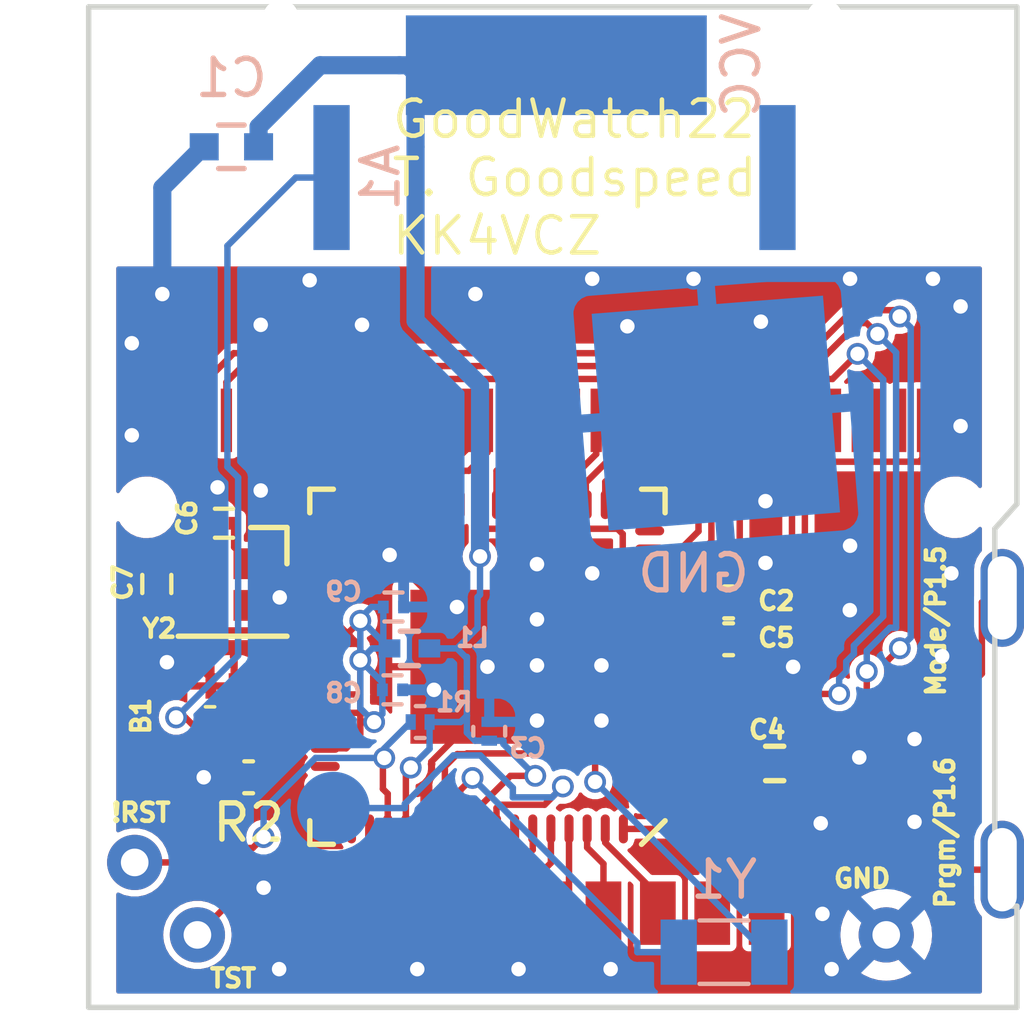
<source format=kicad_pcb>
(kicad_pcb (version 20221018) (generator pcbnew)
  (layers (0 "F.Cu" signal) (31 "B.Cu" signal) (34 "B.Paste" user) (35 "F.Paste" user) (36 "B.SilkS" user "B.Silkscreen") (37 "F.SilkS" user "F.Silkscreen") (38 "B.Mask" user) (39 "F.Mask" user) (44 "Edge.Cuts" user))
  (net 0 "")
  (net 1 "Net-(LCD1-Pad1)")
  (net 2 "Net-(LCD1-Pad5)")
  (net 3 "Net-(LCD1-Pad6)")
  (net 4 "Net-(LCD1-Pad7)")
  (net 5 "Net-(LCD1-Pad8)")
  (net 6 "Net-(LCD1-Pad9)")
  (net 7 "Net-(LCD1-Pad10)")
  (net 8 "Net-(LCD1-Pad11)")
  (net 9 "Net-(LCD1-Pad12)")
  (net 10 "Net-(LCD1-Pad13)")
  (net 11 "Net-(LCD1-Pad14)")
  (net 12 "Net-(LCD1-Pad15)")
  (net 13 "Net-(LCD1-Pad16)")
  (net 14 "Net-(LCD1-Pad17)")
  (net 15 "Net-(LCD1-Pad18)")
  (net 16 "Net-(LCD1-Pad19)")
  (net 17 "Net-(LCD1-Pad20)")
  (net 18 "Net-(LCD1-Pad21)")
  (net 19 "Net-(LCD1-Pad22)")
  (net 20 "Net-(LCD1-Pad23)")
  (net 21 "Net-(LCD1-Pad24)")
  (net 22 "Net-(LCD1-Pad25)")
  (net 23 "Net-(LCD1-Pad26)")
  (net 24 "Net-(LCD1-Pad27)")
  (net 25 "Net-(LCD1-Pad28)")
  (net 26 "Net-(LCD1-Pad29)")
  (net 27 "Net-(LCD1-Pad30)")
  (net 28 "Net-(LCD1-Pad31)")
  (net 29 "Net-(LCD1-Pad32)")
  (net 30 "Net-(LCD1-Pad33)")
  (net 31 "Net-(LCD1-Pad34)")
  (net 32 "Net-(BRD1-Pad4)")
  (net 33 "Net-(BRD1-Pad3)")
  (net 34 "Net-(KPD1-Pad1)")
  (net 35 "Net-(KPD1-Pad2)")
  (net 36 "Net-(KPD1-Pad3)")
  (net 37 "Net-(KPD1-Pad4)")
  (net 38 "Net-(KPD1-Pad5)")
  (net 39 "Net-(KPD1-Pad6)")
  (net 40 "Net-(KPD1-Pad7)")
  (net 41 "Net-(KPD1-Pad8)")
  (net 42 "Net-(KPD1-Pad9)")
  (net 43 "GND")
  (net 44 "VCC")
  (net 45 "Net-(U1-Pad46)")
  (net 46 "Net-(U1-Pad47)")
  (net 47 "Net-(U1-Pad48)")
  (net 48 "Net-(U1-Pad49)")
  (net 49 "Net-(U1-Pad54)")
  (net 50 "Net-(U1-Pad55)")
  (net 51 "/TST")
  (net 52 "/!RST")
  (net 53 "/COM0")
  (net 54 "/COM1")
  (net 55 "/COM2")
  (net 56 "/VCORE")
  (net 57 "Net-(LCD1-Pad35)")
  (net 58 "/LCDCAP")
  (net 59 "/RF_P")
  (net 60 "/RF_N")
  (net 61 "Net-(A1-Pad1)")
  (net 62 "Net-(R2-Pad1)")
  (net 63 "/RF_XIN")
  (net 64 "/RF_XOUT")
  (net 65 "/RFVCC")
  (net 66 "/BUZZ")
  (footprint "AAgoodwatch22:ca53lcd" (layer "F.Cu") (at 99 70.2)
    (fp_text reference "LCD1" hide)
    (fp_text value "CA53LCD" hide)
  )
  (footprint "Capacitors_SMD:C_0402" (layer "F.Cu") (at 115.523 79.669)
    (fp_text reference "C4")
    (fp_text value "10uF")
  )
  (footprint "GoodWatch20:ca53board" (layer "F.Cu") (at 96.6 86.4)
    (fp_text reference "BRD1" hide)
    (fp_text value "CA53BOARD" hide)
  )
  (footprint "GoodWatch20:FA128" (layer "F.Cu") (at 101.0704 74.1572 180)
    (fp_text reference "Y2")
    (fp_text value "FA128")
  )
  (footprint "Resistors_SMD:R_0201" (layer "F.Cu") (at 114.253 75.224)
    (fp_text reference "C2")
    (fp_text value "0.1uF")
  )
  (footprint "Resistors_SMD:R_0201" (layer "F.Cu") (at 114.253 76.24)
    (fp_text reference "C5")
    (fp_text value "0.47uF")
  )
  (footprint "Resistors_SMD:R_0201" (layer "F.Cu") (at 101.0136 80.05 180)
    (fp_text reference "R2")
    (fp_text value "56k")
  )
  (footprint "Capacitors_SMD:C_0201" (layer "F.Cu") (at 100.3332 73.0396 180)
    (fp_text reference "C6")
    (fp_text value "19pF")
  )
  (footprint "Capacitors_SMD:C_0201" (layer "F.Cu") (at 98.4796 74.716 90)
    (fp_text reference "C7")
    (fp_text value "19pF")
  )
  (footprint "GoodWatch20:0433bm15a0001" (layer "F.Cu") (at 100.6132 78.78 180)
    (fp_text reference "B1")
    (fp_text value "0433bm15a0001")
  )
  (footprint "GoodWatch20:ca53keypad" (layer "F.Cu") (at 102.8 83.8)
    (fp_text reference "KPD1" hide)
    (fp_text value "CA53KEYPAD" hide)
  )
  (footprint "GoodWatch20:CC430F613x" (layer "F.Cu") (at 107.6 77 180)
    (fp_text reference "U1" hide)
    (fp_text value "CC430F613x" hide)
  )
  (footprint "Crystals:Crystal_SMD_3215-2pin_3.2x1.5mm" (layer "B.Cu") (at 114.126 84.876 180)
    (fp_text reference "Y1")
    (fp_text value "32.768kHz")
  )
  (footprint "Capacitors_SMD:C_0603" (layer "B.Cu") (at 100.537 62.651 180)
    (fp_text reference "C1")
    (fp_text value "47uF")
  )
  (footprint "GoodWatch20:YageoS432" (layer "B.Cu") (at 103.3 63.5)
    (fp_text reference "A1")
    (fp_text value "YageoS432")
  )
  (footprint "Resistors_SMD:R_0201" (layer "B.Cu") (at 107.649 78.78 90)
    (fp_text reference "C3")
    (fp_text value "0.1uF")
  )
  (footprint "Resistors_SMD:R_0201" (layer "B.Cu") (at 105.744 78.526 180)
    (fp_text reference "R1")
    (fp_text value "75k")
  )
  (footprint "Capacitors_SMD:C_0201" (layer "B.Cu") (at 104.982 77.637)
    (fp_text reference "C8")
    (fp_text value "0.1uF")
  )
  (footprint "Capacitors_SMD:C_0201" (layer "B.Cu") (at 105.008 75.351)
    (fp_text reference "C9")
    (fp_text value "0.1uF")
  )
  (footprint "Inductors_SMD:L_0402" (layer "B.Cu") (at 105.448 76.494)
    (fp_text reference "L1")
    (fp_text value "L_Small")
  )
  (gr_line (start 100.076 78.105) (end 99.822 78.105) (stroke (width 0.1)) (layer "F.SilkS"))
  (gr_line (start 96.6 86.4) (end 122.2032 86.4) (stroke (width 0.15)) (layer "Edge.Cuts"))
  (gr_line (start 122.2032 83.606) (end 121.5936 83.606) (stroke (width 0.15)) (layer "Edge.Cuts"))
  (gr_line (start 122.2032 72.5062) (end 122.2032 58.7902) (stroke (width 0.15)) (layer "Edge.Cuts"))
  (gr_line (start 96.6 58.7902) (end 96.6 86.4) (stroke (width 0.15)) (layer "Edge.Cuts"))
  (gr_line (start 121.5936 73.192) (end 122.2032 72.5062) (stroke (width 0.15)) (layer "Edge.Cuts"))
  (gr_line (start 121.5936 83.606) (end 121.5936 73.192) (stroke (width 0.15)) (layer "Edge.Cuts"))
  (gr_line (start 122.2032 86.4) (end 122.2032 83.606) (stroke (width 0.15)) (layer "Edge.Cuts"))
  (gr_line (start 122.2032 58.7902) (end 96.6 58.7902) (stroke (width 0.15)) (layer "Edge.Cuts"))
  (gr_text "!RST" (at 98.044 81.026) (layer "F.SilkS") (effects (font (size 0.5 0.5) (thickness 0.125))))
  (gr_text "GND" (at 117.936 82.844) (layer "F.SilkS") (effects (font (size 0.5 0.5) (thickness 0.125))))
  (gr_text "GoodWatch22\nT. Goodspeed\nKK4VCZ" (at 104.902 63.5) (layer "F.SilkS") (effects (font (size 1 1) (thickness 0.125)) (justify left)))
  (gr_text "Mode/P1.5" (at 119.968 75.732 90) (layer "F.SilkS") (effects (font (size 0.5 0.5) (thickness 0.125))))
  (gr_text "Prgm/P1.6" (at 120.222 81.574 90) (layer "F.SilkS") (effects (font (size 0.5 0.5) (thickness 0.125))))
  (gr_text "TST" (at 100.584 85.598) (layer "F.SilkS") (effects (font (size 0.5 0.5) (thickness 0.125))))
  (segment (start 102.10268 73.808388) (end 102.10268 72.908412) (width 0.1778) (layer "F.Cu") (net 3))
  (segment (start 102.436002 74.14171) (end 102.10268 73.808388) (width 0.1778) (layer "F.Cu") (net 3))
  (segment (start 103.125 74.169) (end 103.09771 74.14171) (width 0.1778) (layer "F.Cu") (net 3))
  (segment (start 103.125 74.25) (end 103.125 74.169) (width 0.1778) (layer "F.Cu") (net 3))
  (segment (start 102.2 72.811092) (end 102.2 70.2) (width 0.1778) (layer "F.Cu") (net 3))
  (segment (start 103.09771 74.14171) (end 102.436002 74.14171) (width 0.1778) (layer "F.Cu") (net 3))
  (segment (start 102.10268 72.908412) (end 102.2 72.811092) (width 0.1778) (layer "F.Cu") (net 3))
  (segment (start 102.45829 73.05571) (end 102.8 72.714) (width 0.1778) (layer "F.Cu") (net 4))
  (segment (start 102.8 72.714) (end 102.8 70.2) (width 0.1778) (layer "F.Cu") (net 4))
  (segment (start 103.125 73.75) (end 102.5472 73.75) (width 0.1778) (layer "F.Cu") (net 4))
  (segment (start 102.45829 73.66109) (end 102.45829 73.05571) (width 0.1778) (layer "F.Cu") (net 4))
  (segment (start 102.5472 73.75) (end 102.45829 73.66109) (width 0.1778) (layer "F.Cu") (net 4))
  (segment (start 103.4 70.2) (end 103.4 72.975) (width 0.1778) (layer "F.Cu") (net 5))
  (segment (start 103.4 72.975) (end 103.125 73.25) (width 0.1778) (layer "F.Cu") (net 5))
  (segment (start 104 71.507) (end 103.85 71.657) (width 0.1778) (layer "F.Cu") (net 6))
  (segment (start 103.85 71.657) (end 103.85 72.525) (width 0.1778) (layer "F.Cu") (net 6))
  (segment (start 104 70.2) (end 104 71.507) (width 0.1778) (layer "F.Cu") (net 6))
  (segment (start 104.6 71.415) (end 104.35 71.665) (width 0.1778) (layer "F.Cu") (net 7))
  (segment (start 104.35 71.665) (end 104.35 72.525) (width 0.1778) (layer "F.Cu") (net 7))
  (segment (start 104.6 70.2) (end 104.6 71.415) (width 0.1778) (layer "F.Cu") (net 7))
  (segment (start 105.2 71.317898) (end 104.85 71.667898) (width 0.1778) (layer "F.Cu") (net 8))
  (segment (start 104.85 71.667898) (end 104.85 72.525) (width 0.1778) (layer "F.Cu") (net 8))
  (segment (start 105.2 70.2) (end 105.2 71.317898) (width 0.1778) (layer "F.Cu") (net 8))
  (segment (start 105.8 71.220796) (end 105.35 71.670796) (width 0.1778) (layer "F.Cu") (net 9))
  (segment (start 105.35 71.670796) (end 105.35 72.525) (width 0.1778) (layer "F.Cu") (net 9))
  (segment (start 105.8 70.2) (end 105.8 71.220796) (width 0.1778) (layer "F.Cu") (net 9))
  (segment (start 106.4 71.123694) (end 105.85 71.673694) (width 0.1778) (layer "F.Cu") (net 10))
  (segment (start 105.85 71.673694) (end 105.85 72.525) (width 0.1778) (layer "F.Cu") (net 10))
  (segment (start 106.4 70.2) (end 106.4 71.123694) (width 0.1778) (layer "F.Cu") (net 10))
  (segment (start 107 71.026592) (end 106.35 71.676592) (width 0.1778) (layer "F.Cu") (net 11))
  (segment (start 106.35 71.676592) (end 106.35 72.525) (width 0.1778) (layer "F.Cu") (net 11))
  (segment (start 107 70.2) (end 107 71.026592) (width 0.1778) (layer "F.Cu") (net 11))
  (segment (start 107.6 71.082) (end 107.090255 71.591745) (width 0.1778) (layer "F.Cu") (net 12))
  (segment (start 107.090255 71.591745) (end 106.937745 71.591745) (width 0.1778) (layer "F.Cu") (net 12))
  (segment (start 106.937745 71.591745) (end 106.85 71.67949) (width 0.1778) (layer "F.Cu") (net 12))
  (segment (start 106.85 71.67949) (end 106.85 72.525) (width 0.1778) (layer "F.Cu") (net 12))
  (segment (start 107.6 70.2) (end 107.6 71.082) (width 0.1778) (layer "F.Cu") (net 12))
  (segment (start 108.2 71.244) (end 107.85 71.594) (width 0.1778) (layer "F.Cu") (net 13))
  (segment (start 107.85 71.594) (end 107.85 72.525) (width 0.1778) (layer "F.Cu") (net 13))
  (segment (start 108.2 70.2) (end 108.2 71.244) (width 0.1778) (layer "F.Cu") (net 13))
  (segment (start 108.8 71.152) (end 108.35 71.602) (width 0.1778) (layer "F.Cu") (net 14))
  (segment (start 108.35 71.602) (end 108.35 72.525) (width 0.1778) (layer "F.Cu") (net 14))
  (segment (start 108.8 70.2) (end 108.8 71.152) (width 0.1778) (layer "F.Cu") (net 14))
  (segment (start 109.4 71.06) (end 108.85 71.61) (width 0.1778) (layer "F.Cu") (net 15))
  (segment (start 108.85 71.61) (end 108.85 72.525) (width 0.1778) (layer "F.Cu") (net 15))
  (segment (start 109.4 70.2) (end 109.4 71.06) (width 0.1778) (layer "F.Cu") (net 15))
  (segment (start 110 71.095) (end 109.35 71.745) (width 0.1778) (layer "F.Cu") (net 16))
  (segment (start 109.35 71.745) (end 109.35 72.525) (width 0.1778) (layer "F.Cu") (net 16))
  (segment (start 110 70.2) (end 110 71.095) (width 0.1778) (layer "F.Cu") (net 16))
  (segment (start 110.6 71.13) (end 109.808 71.922) (width 0.1778) (layer "F.Cu") (net 17))
  (segment (start 109.808 71.922) (end 109.808 72.483) (width 0.1778) (layer "F.Cu") (net 17))
  (segment (start 109.808 72.483) (end 109.85 72.525) (width 0.1778) (layer "F.Cu") (net 17))
  (segment (start 110.6 70.2) (end 110.6 71.13) (width 0.1778) (layer "F.Cu") (net 17))
  (segment (start 111.2 71.032898) (end 110.951 71.281898) (width 0.1778) (layer "F.Cu") (net 18))
  (segment (start 110.951 71.281898) (end 110.313449 71.919449) (width 0.1778) (layer "F.Cu") (net 18))
  (segment (start 110.313449 71.919449) (end 110.313449 72.488449) (width 0.1778) (layer "F.Cu") (net 18))
  (segment (start 110.313449 72.488449) (end 110.35 72.525) (width 0.1778) (layer "F.Cu") (net 18))
  (segment (start 111.2 70.2) (end 111.2 71.032898) (width 0.1778) (layer "F.Cu") (net 18))
  (segment (start 111.8 71.073) (end 111.400602 71.472398) (width 0.1778) (layer "F.Cu") (net 19))
  (segment (start 111.400602 71.472398) (end 111.273602 71.472398) (width 0.1778) (layer "F.Cu") (net 19))
  (segment (start 111.273602 71.472398) (end 110.85 71.896) (width 0.1778) (layer "F.Cu") (net 19))
  (segment (start 110.85 71.896) (end 110.85 72.525) (width 0.1778) (layer "F.Cu") (net 19))
  (segment (start 111.8 70.2) (end 111.8 71.073) (width 0.1778) (layer "F.Cu") (net 19))
  (segment (start 112.4 71.108) (end 111.35 72.158) (width 0.1778) (layer "F.Cu") (net 20))
  (segment (start 111.35 72.158) (end 111.35 72.525) (width 0.1778) (layer "F.Cu") (net 20))
  (segment (start 112.4 70.2) (end 112.4 71.108) (width 0.1778) (layer "F.Cu") (net 20))
  (segment (start 112.075 72.1778) (end 112.075 73.25) (width 0.1778) (layer "F.Cu") (net 21))
  (segment (start 113 70.2) (end 113 71.2528) (width 0.1778) (layer "F.Cu") (net 21))
  (segment (start 113 71.2528) (end 112.075 72.1778) (width 0.1778) (layer "F.Cu") (net 21))
  (segment (start 113.421701 73.261299) (end 112.933 73.75) (width 0.1778) (layer "F.Cu") (net 22))
  (segment (start 112.933 73.75) (end 112.075 73.75) (width 0.1778) (layer "F.Cu") (net 22))
  (segment (start 113.421701 71.431099) (end 113.421701 73.261299) (width 0.1778) (layer "F.Cu") (net 22))
  (segment (start 113.6 70.2) (end 113.6 70.67) (width 0.1778) (layer "F.Cu") (net 22))
  (segment (start 113.6 70.2) (end 113.6 71.2528) (width 0.1778) (layer "F.Cu") (net 22))
  (segment (start 113.6 71.2528) (end 113.421701 71.431099) (width 0.1778) (layer "F.Cu") (net 22))
  (segment (start 113.777311 71.675489) (end 113.777311 73.540689) (width 0.1778) (layer "F.Cu") (net 23))
  (segment (start 114.2 71.2528) (end 113.777311 71.675489) (width 0.1778) (layer "F.Cu") (net 23))
  (segment (start 113.777311 73.540689) (end 113.068 74.25) (width 0.1778) (layer "F.Cu") (net 23))
  (segment (start 113.068 74.25) (end 112.075 74.25) (width 0.1778) (layer "F.Cu") (net 23))
  (segment (start 114.2 70.2) (end 114.2 71.2528) (width 0.1778) (layer "F.Cu") (net 23))
  (segment (start 114.8 70.2) (end 114.8 71.248) (width 0.1778) (layer "F.Cu") (net 24))
  (segment (start 114.13292 73.687988) (end 113.070908 74.75) (width 0.1778) (layer "F.Cu") (net 24))
  (segment (start 114.8 71.248) (end 114.132921 71.915079) (width 0.1778) (layer "F.Cu") (net 24))
  (segment (start 114.132921 71.915079) (end 114.13292 73.687988) (width 0.1778) (layer "F.Cu") (net 24))
  (segment (start 113.070908 74.75) (end 112.075 74.75) (width 0.1778) (layer "F.Cu") (net 24))
  (segment (start 115.15561 71.395298) (end 115.257502 71.395298) (width 0.1778) (layer "F.Cu") (net 25))
  (segment (start 115.4 71.2528) (end 115.4 70.2) (width 0.1778) (layer "F.Cu") (net 25))
  (segment (start 115.257502 71.395298) (end 115.4 71.2528) (width 0.1778) (layer "F.Cu") (net 25))
  (segment (start 113.073816 75.25) (end 114.558719 73.765097) (width 0.1778) (layer "F.Cu") (net 25))
  (segment (start 112.075 75.25) (end 113.073816 75.25) (width 0.1778) (layer "F.Cu") (net 25))
  (segment (start 114.558719 71.992189) (end 115.15561 71.395298) (width 0.1778) (layer "F.Cu") (net 25))
  (segment (start 114.558719 73.765097) (end 114.558719 71.992189) (width 0.1778) (layer "F.Cu") (net 25))
  (segment (start 112.075 76.75) (end 114.828062 76.75) (width 0.1778) (layer "F.Cu") (net 26))
  (segment (start 114.828062 76.75) (end 116 75.578062) (width 0.1778) (layer "F.Cu") (net 26))
  (segment (start 116 71.2528) (end 116 70.2) (width 0.1778) (layer "F.Cu") (net 26))
  (segment (start 116 75.578062) (end 116 71.2528) (width 0.1778) (layer "F.Cu") (net 26))
  (segment (start 120.763562 82.810438) (end 120.974 82.6) (width 0.1778) (layer "F.Cu") (net 32))
  (segment (start 116.158 82.810438) (end 120.763562 82.810438) (width 0.1778) (layer "F.Cu") (net 32))
  (segment (start 112.075 80.25) (end 113.597562 80.25) (width 0.1778) (layer "F.Cu") (net 32))
  (segment (start 120.974 82.6) (end 121.8 82.6) (width 0.1778) (layer "F.Cu") (net 32))
  (segment (start 121.8 81.85) (end 121.8 82.6) (width 0.1778) (layer "F.Cu") (net 32))
  (segment (start 113.597562 80.25) (end 116.158 82.810438) (width 0.1778) (layer "F.Cu") (net 32))
  (segment (start 112.075 79.75) (end 113.60047 79.75) (width 0.1778) (layer "F.Cu") (net 33))
  (segment (start 121.238 77.1898) (end 121.238 75.224) (width 0.1778) (layer "F.Cu") (net 33))
  (segment (start 120.616264 82.454828) (end 120.616264 77.811536) (width 0.1778) (layer "F.Cu") (net 33))
  (segment (start 121.676 75.224) (end 121.8 75.1) (width 0.1778) (layer "F.Cu") (net 33))
  (segment (start 121.238 75.224) (end 121.676 75.224) (width 0.1778) (layer "F.Cu") (net 33))
  (segment (start 113.60047 79.75) (end 116.305298 82.454828) (width 0.1778) (layer "F.Cu") (net 33))
  (segment (start 120.616264 77.811536) (end 121.238 77.1898) (width 0.1778) (layer "F.Cu") (net 33))
  (segment (start 116.305298 82.454828) (end 120.616264 82.454828) (width 0.1778) (layer "F.Cu") (net 33))
  (segment (start 106.911903 82.302689) (end 107.943933 82.302689) (width 0.1778) (layer "F.Cu") (net 35))
  (segment (start 108.35 81.475) (end 108.35 81.803961) (width 0.1778) (layer "F.Cu") (net 35))
  (segment (start 104.8 83.4175) (end 105.559201 82.658299) (width 0.1778) (layer "F.Cu") (net 35))
  (segment (start 107.943933 82.302689) (end 108.35 81.896622) (width 0.1778) (layer "F.Cu") (net 35))
  (segment (start 104.8 84.1825) (end 104.8 83.8) (width 0.1778) (layer "F.Cu") (net 35))
  (segment (start 108.35 81.896622) (end 108.35 81.475) (width 0.1778) (layer "F.Cu") (net 35))
  (segment (start 104.8 83.8) (end 104.8 83.4175) (width 0.1778) (layer "F.Cu") (net 35))
  (segment (start 106.556293 82.658299) (end 106.911903 82.302689) (width 0.1778) (layer "F.Cu") (net 35))
  (segment (start 105.559201 82.658299) (end 106.556293 82.658299) (width 0.1778) (layer "F.Cu") (net 35))
  (segment (start 106.3 83.4175) (end 106.3 83.8) (width 0.1778) (layer "F.Cu") (net 36))
  (segment (start 108.712 82.1908) (end 108.55873 82.1908) (width 0.1778) (layer "F.Cu") (net 36))
  (segment (start 108.182391 82.567139) (end 108.182391 82.571609) (width 0.1778) (layer "F.Cu") (net 36))
  (segment (start 108.85 82.0528) (end 108.712 82.1908) (width 0.1778) (layer "F.Cu") (net 36))
  (segment (start 108.095701 82.658299) (end 107.059201 82.658299) (width 0.1778) (layer "F.Cu") (net 36))
  (segment (start 107.059201 82.658299) (end 106.3 83.4175) (width 0.1778) (layer "F.Cu") (net 36))
  (segment (start 108.55873 82.1908) (end 108.182391 82.567139) (width 0.1778) (layer "F.Cu") (net 36))
  (segment (start 108.182391 82.571609) (end 108.095701 82.658299) (width 0.1778) (layer "F.Cu") (net 36))
  (segment (start 108.85 81.475) (end 108.85 82.0528) (width 0.1778) (layer "F.Cu") (net 36))
  (segment (start 107.8 83.8) (end 108.4703 83.8) (width 0.1778) (layer "F.Cu") (net 37))
  (segment (start 108.594139 82.658299) (end 108.538 82.714438) (width 0.1778) (layer "F.Cu") (net 37))
  (segment (start 109.35 82.413) (end 109.2492 82.5138) (width 0.1778) (layer "F.Cu") (net 37))
  (segment (start 109.104701 82.658299) (end 108.594139 82.658299) (width 0.1778) (layer "F.Cu") (net 37))
  (segment (start 109.104701 82.658299) (end 109.2492 82.5138) (width 0.1778) (layer "F.Cu") (net 37))
  (segment (start 108.538 82.714438) (end 108.538 83.7323) (width 0.1778) (layer "F.Cu") (net 37))
  (segment (start 109.35 81.475) (end 109.35 82.413) (width 0.1778) (layer "F.Cu") (net 37))
  (segment (start 108.4703 83.8) (end 108.538 83.7323) (width 0.1778) (layer "F.Cu") (net 37))
  (segment (start 109.2492 82.5138) (end 109.173 82.59) (width 0.1778) (layer "F.Cu") (net 37))
  (segment (start 109.35 83.75) (end 109.3 83.8) (width 0.1778) (layer "F.Cu") (net 38))
  (segment (start 109.85 83.25) (end 109.3 83.8) (width 0.1778) (layer "F.Cu") (net 38))
  (segment (start 109.85 81.475) (end 109.85 83.25) (width 0.1778) (layer "F.Cu") (net 38))
  (segment (start 109.3 83.8) (end 109.3 83.098) (width 0.1778) (layer "F.Cu") (net 38))
  (segment (start 110.8 82.439) (end 110.35 81.989) (width 0.1778) (layer "F.Cu") (net 39))
  (segment (start 110.35 81.989) (end 110.35 81.475) (width 0.1778) (layer "F.Cu") (net 39))
  (segment (start 110.8 83.8) (end 110.8 82.439) (width 0.1778) (layer "F.Cu") (net 39))
  (segment (start 110.85 81.854) (end 112.3 83.304) (width 0.1778) (layer "F.Cu") (net 40))
  (segment (start 112.3 83.304) (end 112.3 83.8) (width 0.1778) (layer "F.Cu") (net 40))
  (segment (start 110.85 81.475) (end 110.85 81.854) (width 0.1778) (layer "F.Cu") (net 40))
  (segment (start 112.63 81.475) (end 113.8 82.645) (width 0.1778) (layer "F.Cu") (net 41))
  (segment (start 113.8 82.645) (end 113.8 83.8) (width 0.1778) (layer "F.Cu") (net 41))
  (segment (start 111.35 81.475) (end 112.63 81.475) (width 0.1778) (layer "F.Cu") (net 41))
  (segment (start 113.429 80.75) (end 115.3 82.621) (width 0.1778) (layer "F.Cu") (net 42))
  (segment (start 115.3 82.621) (end 115.3 83.8) (width 0.1778) (layer "F.Cu") (net 42))
  (segment (start 112.075 80.75) (end 113.429 80.75) (width 0.1778) (layer "F.Cu") (net 42))
  (segment (start 120.142 74.676) (end 120.396 74.422) (width 0.1778) (layer "F.Cu") (net 43))
  (segment (start 101.649026 75.3072) (end 101.870519 75.085707) (width 0.1778) (layer "F.Cu") (net 43))
  (segment (start 115.269 74.1352) (end 115.269 72.854264) (width 0.1778) (layer "F.Cu") (net 43))
  (segment (start 120.350001 71.005707) (end 120.350001 70.657999) (width 0.1778) (layer "F.Cu") (net 43))
  (segment (start 101.259 72.049) (end 101.346 72.136) (width 0.1778) (layer "F.Cu") (net 43))
  (segment (start 100.156 72.049) (end 101.259 72.049) (width 0.1778) (layer "F.Cu") (net 43))
  (segment (start 104.247409 82.658299) (end 101.865701 82.658299) (width 0.1778) (layer "F.Cu") (net 43))
  (segment (start 98.4796 74.436) (end 98.1268 74.436) (width 0.1778) (layer "F.Cu") (net 43))
  (segment (start 107.268 66.715) (end 110.57 66.715) (width 0.1778) (layer "F.Cu") (net 43))
  (segment (start 100.0532 72.1518) (end 100.156 72.049) (width 0.1778) (layer "F.Cu") (net 43))
  (segment (start 105.85 81.475) (end 105.85 80.255898) (width 0.1778) (layer "F.Cu") (net 43))
  (segment (start 110.57 66.715) (end 111.459 67.604) (width 0.1778) (layer "F.Cu") (net 43))
  (segment (start 116.793 81.32) (end 119.34 81.32) (width 0.1778) (layer "F.Cu") (net 43))
  (segment (start 100.0532 73.7244) (end 99.6204 74.1572) (width 0.1778) (layer "F.Cu") (net 43))
  (segment (start 114.533 76.24) (end 114.533 75.224) (width 0.1778) (layer "F.Cu") (net 43))
  (segment (start 100.6132 78.78) (end 100.6132 79.9096) (width 0.1778) (layer "F.Cu") (net 43))
  (segment (start 99.3416 74.436) (end 99.6204 74.1572) (width 0.1778) (layer "F.Cu") (net 43))
  (segment (start 104.902 73.914) (end 106.339 75.351) (width 0.1778) (layer "F.Cu") (net 43))
  (segment (start 99.5182 76.875) (end 99.14 76.875) (width 0.1778) (layer "F.Cu") (net 43))
  (segment (start 108.966 76.962) (end 107.638 76.962) (width 0.1778) (layer "F.Cu") (net 43))
  (segment (start 119.34 81.32) (end 119.38 81.28) (width 0.1778) (layer "F.Cu") (net 43))
  (segment (start 99.279489 76.354511) (end 99.058999 76.575001) (width 0.1778) (layer "F.Cu") (net 43))
  (segment (start 98.4796 74.436) (end 98.5046 74.436) (width 0.1778) (layer "F.Cu") (net 43))
  (segment (start 117.602 73.66) (end 119.564689 71.697311) (width 0.1778) (layer "F.Cu") (net 43))
  (segment (start 99.775 80.05) (end 100.7536 80.05) (width 0.1778) (layer "F.Cu") (net 43))
  (segment (start 101.466 67.564) (end 101.346 67.564) (width 0.1778) (layer "F.Cu") (net 43))
  (segment (start 105.6938 82.209) (end 104.696708 82.209) (width 0.1778) (layer "F.Cu") (net 43))
  (segment (start 99.822 76.354511) (end 99.279489 76.354511) (width 0.1778) (layer "F.Cu") (net 43))
  (segment (start 107.6 78.074) (end 106.050847 79.623153) (width 0.1778) (layer "F.Cu") (net 43))
  (segment (start 108.966 76.962) (end 108.966 75.692) (width 0.1778) (layer "F.Cu") (net 43))
  (segment (start 110.49 66.294) (end 113.284 66.294) (width 0.1778) (layer "F.Cu") (net 43))
  (segment (start 107.6 77) (end 107.6 78.074) (width 0.1778) (layer "F.Cu") (net 43))
  (segment (start 114.513 76.24) (end 114.8308 76.24) (width 0.1778) (layer "F.Cu") (net 43))
  (segment (start 99.9732 77.53) (end 100.6132 77.53) (width 0.1778) (layer "F.Cu") (net 43))
  (segment (start 116.073 77.044) (end 116.031 77.002) (width 0.1778) (layer "F.Cu") (net 43))
  (segment (start 105.664 85.344) (end 108.458 85.344) (width 0.1778) (layer "F.Cu") (net 43))
  (segment (start 100.584 76.723708) (end 100.584 76.454) (width 0.1778) (layer "F.Cu") (net 43))
  (segment (start 105.85 82.0528) (end 105.6938 82.209) (width 0.1778) (layer "F.Cu") (net 43))
  (segment (start 102.315 66.715) (end 102.696 66.334) (width 0.1778) (layer "F.Cu") (net 43))
  (segment (start 107.6 78.326092) (end 107.6 77) (width 0.1778) (layer "F.Cu") (net 43))
  (segment (start 120.350001 70.657999) (end 120.65 70.358) (width 0.1778) (layer "F.Cu") (net 43))
  (segment (start 120.65 67.056) (end 120.65 70.358) (width 0.1778) (layer "F.Cu") (net 43))
  (segment (start 101.426 84.916) (end 101.854 85.344) (width 0.1778) (layer "F.Cu") (net 43))
  (segment (start 115.57 74.4362) (end 115.269 74.1352) (width 0.1778) (layer "F.Cu") (net 43))
  (segment (start 101.0704 75.3072) (end 101.649026 75.3072) (width 0.1778) (layer "F.Cu") (net 43))
  (segment (start 114.8308 76.24) (end 115.57 75.5008) (width 0.1778) (layer "F.Cu") (net 43))
  (segment (start 100.0532 73.0396) (end 100.0532 73.7244) (width 0.1778) (layer "F.Cu") (net 43))
  (segment (start 97.743 75.859) (end 98.759 76.875) (width 0.1778) (layer "F.Cu") (net 43))
  (segment (start 100.484511 76.354511) (end 99.822 76.354511) (width 0.1778) (layer "F.Cu") (net 43))
  (segment (start 105.85 78.75) (end 107.6 77) (width 0.1778) (layer "F.Cu") (net 43))
  (segment (start 115.57 75.5008) (end 115.57 74.4362) (width 0.1778) (layer "F.Cu") (net 43))
  (segment (start 101.426 83.098) (end 101.426 84.916) (width 0.1778) (layer "F.Cu") (net 43))
  (segment (start 116.073 79.669) (end 116.073 80.6) (width 0.1778) (layer "F.Cu") (net 43))
  (segment (start 99.9732 77.0022) (end 99.822 76.851) (width 0.1778) (layer "F.Cu") (net 43))
  (segment (start 100.0532 73.0396) (end 100.0532 72.1518) (width 0.1778) (layer "F.Cu") (net 43))
  (segment (start 98.759 76.875) (end 99.14 76.875) (width 0.1778) (layer "F.Cu") (net 43))
  (segment (start 99.9732 77.53) (end 99.9732 77.33) (width 0.1778) (layer "F.Cu") (net 43))
  (segment (start 98.632 66.715) (end 98.632 67.23) (width 0.1778) (layer "F.Cu") (net 43))
  (segment (start 115.269 72.854264) (end 115.269 72.43) (width 0.1778) (layer "F.Cu") (net 43))
  (segment (start 117.595 73.667) (end 117.602 73.66) (width 0.1778) (layer "F.Cu") (net 43))
  (segment (start 99.822 76.851) (end 99.822 76.354511) (width 0.1778) (layer "F.Cu") (net 43))
  (segment (start 106.887 66.334) (end 107.268 66.715) (width 0.1778) (layer "F.Cu") (net 43))
  (segment (start 110.49 74.422) (end 109.22 74.422) (width 0.1778) (layer "F.Cu") (net 43))
  (segment (start 102.696 66.334) (end 106.887 66.334) (width 0.1778) (layer "F.Cu") (net 43))
  (segment (start 106.050847 80.055051) (end 106.050847 79.623153) (width 0.1778) (layer "F.Cu") (net 43))
  (segment (start 101.865701 82.658299) (end 101.426 83.098) (width 0.1778) (layer "F.Cu") (net 43))
  (segment (start 98.1008 74.462) (end 97.743 74.462) (width 0.1778) (layer "F.Cu") (net 43))
  (segment (start 100.6132 78.78) (end 100.6132 77.53) (width 0.1778) (layer "F.Cu") (net 43))
  (segment (start 100.6132 76.752908) (end 100.584 76.723708) (width 0.1778) (layer "F.Cu") (net 43))
  (segment (start 110.998 85.344) (end 117.094 85.344) (width 0.1778) (layer "F.Cu") (net 43))
  (segment (start 98.4796 74.436) (end 99.3416 74.436) (width 0.1778) (layer "F.Cu") (net 43))
  (segment (start 116.073 80.6) (end 116.793 81.32) (width 0.1778) (layer "F.Cu") (net 43))
  (segment (start 104.696708 82.209) (end 104.247409 82.658299) (width 0.1778) (layer "F.Cu") (net 43))
  (segment (start 102.696 66.334) (end 101.466 67.564) (width 0.1778) (layer "F.Cu") (net 43))
  (segment (start 100.6132 79.9096) (end 100.7536 80.05) (width 0.1778) (layer "F.Cu") (net 43))
  (segment (start 98.632 66.715) (end 102.315 66.715) (width 0.1778) (layer "F.Cu") (net 43))
  (segment (start 99.058999 76.575001) (end 98.759 76.875) (width 0.1778) (layer "F.Cu") (net 43))
  (segment (start 98.1268 74.436) (end 98.1008 74.462) (width 0.1778) (layer "F.Cu") (net 43))
  (segment (start 105.85 81.475) (end 105.85 82.0528) (width 0.1778) (layer "F.Cu") (net 43))
  (segment (start 117.602 66.294) (end 119.888 66.294) (width 0.1778) (layer "F.Cu") (net 43))
  (segment (start 106.339 75.351) (end 106.76 75.351) (width 0.1778) (layer "F.Cu") (net 43))
  (segment (start 97.743 74.462) (end 97.743 75.859) (width 0.1778) (layer "F.Cu") (net 43))
  (segment (start 98.632 67.23) (end 97.79 68.072) (width 0.1778) (layer "F.Cu") (net 43))
  (segment (start 110.744 76.962) (end 110.744 78.486) (width 0.1778) (layer "F.Cu") (net 43))
  (segment (start 120.142 76.708) (end 120.142 74.676) (width 0.1778) (layer "F.Cu") (net 43))
  (segment (start 117.595 75.438) (end 117.595 73.667) (width 0.1778) (layer "F.Cu") (net 43))
  (segment (start 107.6 78.109792) (end 107.6 77) (width 0.1778) (layer "F.Cu") (net 43))
  (segment (start 100.6132 77.53) (end 100.6132 76.752908) (width 0.1778) (layer "F.Cu") (net 43))
  (segment (start 107.638 76.962) (end 107.6 77) (width 0.1778) (layer "F.Cu") (net 43))
  (segment (start 99.9732 77.33) (end 99.5182 76.875) (width 0.1778) (layer "F.Cu") (net 43))
  (segment (start 99.9732 77.53) (end 99.9732 77.0022) (width 0.1778) (layer "F.Cu") (net 43))
  (segment (start 100.584 76.454) (end 100.484511 76.354511) (width 0.1778) (layer "F.Cu") (net 43))
  (segment (start 109.22 74.422) (end 108.966 74.168) (width 0.1778) (layer "F.Cu") (net 43))
  (segment (start 119.658398 71.69731) (end 120.350001 71.005707) (width 0.1778) (layer "F.Cu") (net 43))
  (segment (start 119.564689 71.697311) (end 119.658398 71.69731) (width 0.1778) (layer "F.Cu") (net 43))
  (segment (start 114.533 75.224) (end 114.533 74.8712) (width 0.1778) (layer "F.Cu") (net 43))
  (segment (start 105.85 80.255898) (end 106.050847 80.055051) (width 0.1778) (layer "F.Cu") (net 43))
  (via (at 98.632 66.715) (size 0.6) (drill 0.4) (layers "F.Cu" "B.Cu") (net 43))
  (via (at 101.426 83.098) (size 0.6) (drill 0.4) (layers "F.Cu" "B.Cu") (net 43))
  (via (at 102.696 66.334) (size 0.6) (drill 0.4) (layers "F.Cu" "B.Cu") (net 43))
  (via (at 107.268 66.715) (size 0.6) (drill 0.4) (layers "F.Cu" "B.Cu") (net 43))
  (via (at 116.793 81.32) (size 0.6) (drill 0.4) (layers "F.Cu" "B.Cu") (net 43))
  (via (at 108.966 78.486) (size 0.6) (drill 0.4) (layers "F.Cu" "B.Cu") (net 43))
  (via (at 108.966 76.962) (size 0.6) (drill 0.4) (layers "F.Cu" "B.Cu") (net 43))
  (via (at 108.966 75.692) (size 0.6) (drill 0.4) (layers "F.Cu" "B.Cu") (net 43))
  (via (at 119.888 66.294) (size 0.6) (drill 0.4) (layers "F.Cu" "B.Cu") (net 43))
  (via (at 100.156 72.049) (size 0.6) (drill 0.4) (layers "F.Cu" "B.Cu") (net 43))
  (via (at 108.458 85.344) (size 0.6) (drill 0.4) (layers "F.Cu" "B.Cu") (net 43))
  (via (at 108.966 74.168) (size 0.6) (drill 0.4) (layers "F.Cu" "B.Cu") (net 43))
  (via (at 98.759 76.875) (size 0.6) (drill 0.4) (layers "F.Cu" "B.Cu") (net 43))
  (via (at 104.902 73.914) (size 0.6) (drill 0.4) (layers "F.Cu" "B.Cu") (net 43))
  (via (at 104.14 67.564) (size 0.6) (drill 0.4) (layers "F.Cu" "B.Cu") (net 43))
  (via (at 110.49 74.422) (size 0.6) (drill 0.4) (layers "F.Cu" "B.Cu") (net 43))
  (via (at 106.125 77.637) (size 0.6) (drill 0.4) (layers "F.Cu" "B.Cu") (net 43))
  (via (at 117.595 75.438) (size 0.6) (drill 0.4) (layers "F.Cu" "B.Cu") (net 43))
  (via (at 117.602 73.66) (size 0.6) (drill 0.4) (layers "F.Cu" "B.Cu") (net 43))
  (via (at 117.094 85.344) (size 0.6) (drill 0.4) (layers "F.Cu" "B.Cu") (net 43))
  (via (at 120.65 70.358) (size 0.6) (drill 0.4) (layers "F.Cu" "B.Cu") (net 43))
  (via (at 101.346 72.136) (size 0.6) (drill 0.4) (layers "F.Cu" "B.Cu") (net 43))
  (via (at 113.284 66.294) (size 0.6) (drill 0.4) (layers "F.Cu" "B.Cu") (net 43))
  (via (at 110.49 66.294) (size 0.6) (drill 0.4) (layers "F.Cu" "B.Cu") (net 43))
  (via (at 116.031 77.002) (size 0.6) (drill 0.4) (layers "F.Cu" "B.Cu") (net 43))
  (via (at 97.79 68.072) (size 0.6) (drill 0.4) (layers "F.Cu" "B.Cu") (net 43))
  (via (at 117.602 66.294) (size 0.6) (drill 0.4) (layers "F.Cu" "B.Cu") (net 43))
  (via (at 107.6 77) (size 0.6) (drill 0.4) (layers "F.Cu" "B.Cu") (net 43))
  (via (at 120.142 76.708) (size 0.6) (drill 0.4) (layers "F.Cu" "B.Cu") (net 43))
  (via (at 119.38 78.994) (size 0.6) (drill 0.4) (layers "F.Cu" "B.Cu") (net 43))
  (via (at 101.870519 75.085707) (size 0.6) (drill 0.4) (layers "F.Cu" "B.Cu") (net 43))
  (via (at 117.856 79.502) (size 0.6) (drill 0.4) (layers "F.Cu" "B.Cu") (net 43))
  (via (at 106.76 75.351) (size 0.6) (drill 0.4) (layers "F.Cu" "B.Cu") (net 43))
  (via (at 119.38 81.28) (size 0.6) (drill 0.4) (layers "F.Cu" "B.Cu") (net 43))
  (via (at 116.84 83.82) (size 0.6) (drill 0.4) (layers "F.Cu" "B.Cu") (net 43))
  (via (at 120.396 74.422) (size 0.6) (drill 0.4) (layers "F.Cu" "B.Cu") (net 43))
  (via (at 110.998 85.344) (size 0.6) (drill 0.4) (layers "F.Cu" "B.Cu") (net 43))
  (via (at 111.459 67.604) (size 0.6) (drill 0.4) (layers "F.Cu" "B.Cu") (net 43))
  (via (at 115.142 67.477) (size 0.6) (drill 0.4) (layers "F.Cu" "B.Cu") (net 43))
  (via (at 110.744 76.962) (size 0.6) (drill 0.4) (layers "F.Cu" "B.Cu") (net 43))
  (via (at 110.744 78.486) (size 0.6) (drill 0.4) (layers "F.Cu" "B.Cu") (net 43))
  (via (at 99.775 80.05) (size 0.6) (drill 0.4) (layers "F.Cu" "B.Cu") (net 43))
  (via (at 115.269 74.1352) (size 0.6) (drill 0.4) (layers "F.Cu" "B.Cu") (net 43))
  (via (at 105.664 85.344) (size 0.6) (drill 0.4) (layers "F.Cu" "B.Cu") (net 43))
  (via (at 115.269 72.43) (size 0.6) (drill 0.4) (layers "F.Cu" "B.Cu") (net 43))
  (via (at 97.79 70.612) (size 0.6) (drill 0.4) (layers "F.Cu" "B.Cu") (net 43))
  (via (at 120.65 67.056) (size 0.6) (drill 0.4) (layers "F.Cu" "B.Cu") (net 43))
  (via (at 101.854 85.344) (size 0.6) (drill 0.4) (layers "F.Cu" "B.Cu") (net 43))
  (via (at 101.346 67.564) (size 0.6) (drill 0.4) (layers "F.Cu" "B.Cu") (net 43))
  (segment (start 98.632 66.715) (end 98.632 70.525) (width 0.1778) (layer "B.Cu") (net 43))
  (segment (start 117.094 85.344) (end 117.094 84.074) (width 0.1778) (layer "B.Cu") (net 43))
  (segment (start 116.793 80.565) (end 117.856 79.502) (width 0.1778) (layer "B.Cu") (net 43))
  (segment (start 98.632 63.781) (end 99.762 62.651) (width 0.5) (layer "B.Cu") (net 43))
  (segment (start 113.237 69.337) (end 113.9 70) (width 0.1778) (layer "B.Cu") (net 43))
  (segment (start 105.262 77.637) (end 106.125 77.637) (width 0.1778) (layer "B.Cu") (net 43))
  (segment (start 107.649 78.52) (end 107.649 77.049) (width 0.1778) (layer "B.Cu") (net 43))
  (segment (start 97.79 68.072) (end 97.79 70.612) (width 0.1778) (layer "B.Cu") (net 43))
  (segment (start 106.379 75.351) (end 106.76 75.351) (width 0.1778) (layer "B.Cu") (net 43))
  (segment (start 98.632 66.715) (end 98.632 63.781) (width 0.5) (layer "B.Cu") (net 43))
  (segment (start 110.069 66.715) (end 110.49 66.294) (width 0.1778) (layer "B.Cu") (net 43))
  (segment (start 101.346 67.564) (end 104.14 67.564) (width 0.1778) (layer "B.Cu") (net 43))
  (segment (start 119.679999 77.170001) (end 120.142 76.708) (width 0.1778) (layer "B.Cu") (net 43))
  (segment (start 107.683 78.486) (end 107.649 78.52) (width 0.1778) (layer "B.Cu") (net 43))
  (segment (start 116.793 81.32) (end 116.793 80.565) (width 0.1778) (layer "B.Cu") (net 43))
  (segment (start 116.031 77.002) (end 116.031 74.8972) (width 0.1778) (layer "B.Cu") (net 43))
  (segment (start 115.269 74.208) (end 115.269 74.1352) (width 0.1778) (layer "B.Cu") (net 43))
  (segment (start 110.744 74.676) (end 110.49 74.422) (width 0.1778) (layer "B.Cu") (net 43))
  (segment (start 99.812 62.651) (end 99.787 62.651) (width 0.1778) (layer "B.Cu") (net 43))
  (segment (start 101.426 83.098) (end 99.775 81.447) (width 0.1778) (layer "B.Cu") (net 43))
  (segment (start 119.38 81.28) (end 119.38 78.994) (width 0.1778) (layer "B.Cu") (net 43))
  (segment (start 101.854 85.344) (end 105.664 85.344) (width 0.1778) (layer "B.Cu") (net 43))
  (segment (start 98.632 70.525) (end 100.156 72.049) (width 0.1778) (layer "B.Cu") (net 43))
  (segment (start 116.031 77.002) (end 117.595 75.438) (width 0.1778) (layer "B.Cu") (net 43))
  (segment (start 117.094 84.074) (end 116.84 83.82) (width 0.1778) (layer "B.Cu") (net 43))
  (segment (start 113.284 66.294) (end 117.602 66.294) (width 0.1778) (layer "B.Cu") (net 43))
  (segment (start 107.649 77.049) (end 107.6 77) (width 0.1778) (layer "B.Cu") (net 43))
  (segment (start 119.888 66.294) (end 120.65 67.056) (width 0.1778) (layer "B.Cu") (net 43))
  (segment (start 119.679999 78.694001) (end 119.679999 77.170001) (width 0.1778) (layer "B.Cu") (net 43))
  (segment (start 116.031 74.8972) (end 115.269 74.1352) (width 0.1778) (layer "B.Cu") (net 43))
  (segment (start 119.38 78.994) (end 119.679999 78.694001) (width 0.1778) (layer "B.Cu") (net 43))
  (segment (start 110.744 78.486) (end 110.744 74.676) (width 0.1778) (layer "B.Cu") (net 43))
  (segment (start 110.706 77) (end 110.744 76.962) (width 0.1778) (layer "B.Cu") (net 43))
  (segment (start 107.6 77) (end 110.706 77) (width 0.1778) (layer "B.Cu") (net 43))
  (segment (start 101.870519 77.954481) (end 99.775 80.05) (width 0.1778) (layer "B.Cu") (net 43))
  (segment (start 108.458 85.344) (end 110.998 85.344) (width 0.1778) (layer "B.Cu") (net 43))
  (segment (start 107.268 66.715) (end 110.069 66.715) (width 0.1778) (layer "B.Cu") (net 43))
  (segment (start 101.870519 75.085707) (end 101.870519 77.954481) (width 0.1778) (layer "B.Cu") (net 43))
  (segment (start 99.762 62.651) (end 99.787 62.651) (width 0.1778) (layer "B.Cu") (net 43))
  (segment (start 108.966 78.486) (end 107.683 78.486) (width 0.1778) (layer "B.Cu") (net 43))
  (segment (start 105.288 75.351) (end 106.379 75.351) (width 0.1778) (layer "B.Cu") (net 43))
  (segment (start 99.775 81.447) (end 99.775 80.05) (width 0.1778) (layer "B.Cu") (net 43))
  (segment (start 114.844736 72.43) (end 115.269 72.43) (width 0.1778) (layer "B.Cu") (net 43))
  (segment (start 107.35 73.1028) (end 107.35 73.909) (width 0.1778) (layer "F.Cu") (net 44))
  (segment (start 108.234292 80.01) (end 108.494736 80.01) (width 0.1778) (layer "F.Cu") (net 44))
  (segment (start 112.075 75.75) (end 111.4972 75.75) (width 0.1778) (layer "F.Cu") (net 44))
  (segment (start 107.35 73.909) (end 107.395 73.954) (width 0.1778) (layer "F.Cu") (net 44))
  (segment (start 112.983 75.75) (end 113.1192 75.75) (width 0.1778) (layer "F.Cu") (net 44))
  (segment (start 111.332 75.5848) (end 111.332 73.335961) (width 0.1778) (layer "F.Cu") (net 44))
  (segment (start 111.187749 73.19171) (end 107.43891 73.19171) (width 0.1778) (layer "F.Cu") (net 44))
  (segment (start 107.35 73.1028) (end 107.35 72.525) (width 0.1778) (layer "F.Cu") (net 44))
  (segment (start 111.332 73.335961) (end 111.187749 73.19171) (width 0.1778) (layer "F.Cu") (net 44))
  (segment (start 113.1192 75.75) (end 113.6452 75.224) (width 0.1778) (layer "F.Cu") (net 44))
  (segment (start 108.494736 80.01) (end 108.919 80.01) (width 0.1778) (layer "F.Cu") (net 44))
  (segment (start 112.075 75.75) (end 112.983 75.75) (width 0.1778) (layer "F.Cu") (net 44))
  (segment (start 107.35 81.475) (end 107.35 80.894292) (width 0.1778) (layer "F.Cu") (net 44))
  (segment (start 112.093 75.732) (end 112.075 75.75) (width 0.1778) (layer "F.Cu") (net 44))
  (segment (start 113.6452 75.224) (end 113.973 75.224) (width 0.1778) (layer "F.Cu") (net 44))
  (segment (start 112.983 75.75) (end 113.076724 75.75) (width 0.1778) (layer "F.Cu") (net 44))
  (segment (start 105.35 81.475) (end 105.35 79.91718) (width 0.1778) (layer "F.Cu") (net 44))
  (segment (start 107.35 80.894292) (end 108.234292 80.01) (width 0.1778) (layer "F.Cu") (net 44))
  (segment (start 105.35 79.91718) (end 105.484146 79.783034) (width 0.1778) (layer "F.Cu") (net 44))
  (segment (start 107.43891 73.19171) (end 107.35 73.1028) (width 0.1778) (layer "F.Cu") (net 44))
  (segment (start 111.4972 75.75) (end 111.332 75.5848) (width 0.1778) (layer "F.Cu") (net 44))
  (via (at 107.395 73.954) (size 0.6) (drill 0.4) (layers "F.Cu" "B.Cu") (net 44))
  (via (at 108.919 80.01) (size 0.6) (drill 0.4) (layers "F.Cu" "B.Cu") (net 44))
  (via (at 105.484146 79.783034) (size 0.6) (drill 0.4) (layers "F.Cu" "B.Cu") (net 44))
  (segment (start 106.004 79.26318) (end 106.004 78.526) (width 0.1778) (layer "B.Cu") (net 44))
  (segment (start 101.287 62.651) (end 101.287 62.0982) (width 0.5) (layer "B.Cu") (net 44))
  (segment (start 107.033299 78.350801) (end 107.033299 77.272017) (width 0.1778) (layer "B.Cu") (net 44))
  (segment (start 107.326701 75.078983) (end 107.326701 75.926581) (width 0.1778) (layer "B.Cu") (net 44))
  (segment (start 107.013282 76.748) (end 107.033299 76.727983) (width 0.1778) (layer "B.Cu") (net 44))
  (segment (start 107.649 79.04) (end 107.2562 79.04) (width 0.1778) (layer "B.Cu") (net 44))
  (segment (start 102.9852 60.4) (end 105.1722 60.4) (width 0.5) (layer "B.Cu") (net 44))
  (segment (start 105.484146 79.783034) (end 106.004 79.26318) (width 0.1778) (layer "B.Cu") (net 44))
  (segment (start 107.649 79.04) (end 108.0418 79.04) (width 0.1778) (layer "B.Cu") (net 44))
  (segment (start 108.919 79.9172) (end 108.919 79.958401) (width 0.1778) (layer "B.Cu") (net 44))
  (segment (start 101.287 62.0982) (end 102.9852 60.4) (width 0.5) (layer "B.Cu") (net 44))
  (segment (start 107.395 69.22961) (end 105.617 67.45161) (width 0.5) (layer "B.Cu") (net 44))
  (segment (start 106.8581 78.526) (end 107.033299 78.350801) (width 0.1778) (layer "B.Cu") (net 44))
  (segment (start 108.0418 79.1328) (end 108.0418 79.04) (width 0.1778) (layer "B.Cu") (net 44))
  (segment (start 105.998 76.494) (end 106.759282 76.494) (width 0.1778) (layer "B.Cu") (net 44))
  (segment (start 107.033299 78.817099) (end 107.033299 78.350801) (width 0.1778) (layer "B.Cu") (net 44))
  (segment (start 107.395 73.954) (end 107.395 75.010684) (width 0.1778) (layer "B.Cu") (net 44))
  (segment (start 105.617 67.45161) (end 105.617 62.651) (width 0.5) (layer "B.Cu") (net 44))
  (segment (start 107.2562 79.04) (end 107.033299 78.817099) (width 0.1778) (layer "B.Cu") (net 44))
  (segment (start 107.326701 75.926581) (end 106.759282 76.494) (width 0.1778) (layer "B.Cu") (net 44))
  (segment (start 106.004 78.526) (end 106.8581 78.526) (width 0.1778) (layer "B.Cu") (net 44))
  (segment (start 105.617 62.651) (end 105.617 60.8448) (width 0.5) (layer "B.Cu") (net 44))
  (segment (start 109.414 61.254) (end 109.42 61.26) (width 0.1778) (layer "B.Cu") (net 44))
  (segment (start 108.919 80.01) (end 108.0418 79.1328) (width 0.1778) (layer "B.Cu") (net 44))
  (segment (start 107.395 75.010684) (end 107.326701 75.078983) (width 0.1778) (layer "B.Cu") (net 44))
  (segment (start 107.033299 77.272017) (end 107.033299 76.727983) (width 0.1778) (layer "B.Cu") (net 44))
  (segment (start 106.759282 76.494) (end 107.013282 76.748) (width 0.1778) (layer "B.Cu") (net 44))
  (segment (start 107.395 73.954) (end 107.395 69.22961) (width 0.5) (layer "B.Cu") (net 44))
  (segment (start 105.1722 60.4) (end 109.5 60.4) (width 0.5) (layer "B.Cu") (net 44))
  (segment (start 105.617 60.8448) (end 105.1722 60.4) (width 0.1778) (layer "B.Cu") (net 44))
  (segment (start 107.037299 79.391701) (end 110.419701 79.391701) (width 0.1778) (layer "F.Cu") (net 49))
  (segment (start 106.35 80.258806) (end 106.426 80.182806) (width 0.1778) (layer "F.Cu") (net 49))
  (segment (start 106.766185 79.410723) (end 107.037299 79.410723) (width 0.1778) (layer "F.Cu") (net 49))
  (segment (start 107.037299 79.410723) (end 107.037299 79.391701) (width 0.1778) (layer "F.Cu") (net 49))
  (segment (start 106.426 80.182806) (end 106.426 79.750908) (width 0.1778) (layer "F.Cu") (net 49))
  (segment (start 106.35 81.475) (end 106.35 80.258806) (width 0.1778) (layer "F.Cu") (net 49))
  (segment (start 106.426 79.750908) (end 106.766185 79.410723) (width 0.1778) (layer "F.Cu") (net 49))
  (segment (start 110.57 79.542) (end 110.57 80.177) (width 0.1778) (layer "F.Cu") (net 49))
  (segment (start 110.419701 79.391701) (end 110.57 79.542) (width 0.1778) (layer "F.Cu") (net 49))
  (via (at 110.57 80.177) (size 0.6) (drill 0.4) (layers "F.Cu" "B.Cu") (net 49))
  (segment (start 110.57 80.177) (end 115.269 84.876) (width 0.1778) (layer "B.Cu") (net 49))
  (segment (start 115.269 84.876) (end 115.376 84.876) (width 0.1778) (layer "B.Cu") (net 49))
  (segment (start 106.85 81.475) (end 106.85 80.4067) (width 0.1778) (layer "F.Cu") (net 50))
  (segment (start 106.85 80.4067) (end 107.188 80.0687) (width 0.1778) (layer "F.Cu") (net 50))
  (via (at 107.188 80.0687) (size 0.6) (drill 0.4) (layers "F.Cu" "B.Cu") (net 50))
  (segment (start 111.734168 84.876) (end 111.734168 84.614868) (width 0.1778) (layer "B.Cu") (net 50))
  (segment (start 112.876 84.876) (end 111.734168 84.876) (width 0.1778) (layer "B.Cu") (net 50))
  (segment (start 111.734168 84.614868) (end 107.188 80.0687) (width 0.1778) (layer "B.Cu") (net 50))
  (segment (start 100.361999 83.638001) (end 99.6 84.4) (width 0.1778) (layer "F.Cu") (net 51))
  (segment (start 104.35 82.0528) (end 104.100111 82.302689) (width 0.1778) (layer "F.Cu") (net 51))
  (segment (start 104.35 81.475) (end 104.35 82.0528) (width 0.1778) (layer "F.Cu") (net 51))
  (segment (start 100.361999 83.323283) (end 100.361999 83.638001) (width 0.1778) (layer "F.Cu") (net 51))
  (segment (start 104.100111 82.302689) (end 101.382593 82.302689) (width 0.1778) (layer "F.Cu") (net 51))
  (segment (start 101.382593 82.302689) (end 100.361999 83.323283) (width 0.1778) (layer "F.Cu") (net 51))
  (segment (start 101.126001 82.000999) (end 100.746001 82.000999) (width 0.1778) (layer "F.Cu") (net 52))
  (segment (start 104.85 81.475) (end 104.85 80.506218) (width 0.1778) (layer "F.Cu") (net 52))
  (segment (start 100.746001 82.000999) (end 100.347 82.4) (width 0.1778) (layer "F.Cu") (net 52))
  (segment (start 101.426 81.701) (end 101.126001 82.000999) (width 0.1778) (layer "F.Cu") (net 52))
  (segment (start 104.716599 80.372817) (end 104.716599 79.553401) (width 0.1778) (layer "F.Cu") (net 52))
  (segment (start 104.85 80.506218) (end 104.716599 80.372817) (width 0.1778) (layer "F.Cu") (net 52))
  (segment (start 100.347 82.4) (end 97.87 82.4) (width 0.1778) (layer "F.Cu") (net 52))
  (segment (start 104.716599 79.553401) (end 104.7534 79.5166) (width 0.1778) (layer "F.Cu") (net 52))
  (via (at 104.7534 79.5166) (size 0.6) (drill 0.4) (layers "F.Cu" "B.Cu") (net 52))
  (via (at 101.426 81.701) (size 0.6) (drill 0.4) (layers "F.Cu" "B.Cu") (net 52))
  (segment (start 102.858682 79.5166) (end 101.426 80.949282) (width 0.1778) (layer "B.Cu") (net 52))
  (segment (start 101.426 80.949282) (end 101.426 81.701) (width 0.1778) (layer "B.Cu") (net 52))
  (segment (start 104.7534 79.5166) (end 104.7534 79.2566) (width 0.1778) (layer "B.Cu") (net 52))
  (segment (start 104.7534 79.2566) (end 105.484 78.526) (width 0.1778) (layer "B.Cu") (net 52))
  (segment (start 104.7534 79.5166) (end 102.858682 79.5166) (width 0.1778) (layer "B.Cu") (net 52))
  (segment (start 112.075 78.75) (end 117.642626 78.75) (width 0.1778) (layer "F.Cu") (net 53))
  (segment (start 117.672971 67.160403) (end 116.486294 68.34708) (width 0.1778) (layer "F.Cu") (net 53))
  (segment (start 118.629701 76.835008) (end 118.974981 76.489728) (width 0.1778) (layer "F.Cu") (net 53))
  (segment (start 118.970552 67.335422) (end 118.795532 67.160402) (width 0.1778) (layer "F.Cu") (net 53))
  (segment (start 118.629701 77.762925) (end 118.629701 76.835008) (width 0.1778) (layer "F.Cu") (net 53))
  (segment (start 99.775 70.225) (end 99.8 70.2) (width 0.1778) (layer "F.Cu") (net 53))
  (segment (start 116.486294 68.34708) (end 100.60012 68.34708) (width 0.1778) (layer "F.Cu") (net 53))
  (segment (start 100.60012 68.34708) (end 99.8 69.1472) (width 0.1778) (layer "F.Cu") (net 53))
  (segment (start 118.795532 67.160402) (end 117.672971 67.160403) (width 0.1778) (layer "F.Cu") (net 53))
  (segment (start 99.8 69.1472) (end 99.8 70.2) (width 0.1778) (layer "F.Cu") (net 53))
  (segment (start 117.642626 78.75) (end 118.629701 77.762925) (width 0.1778) (layer "F.Cu") (net 53))
  (via (at 118.970552 67.335422) (size 0.6) (drill 0.4) (layers "F.Cu" "B.Cu") (net 53))
  (via (at 118.974981 76.489728) (size 0.6) (drill 0.4) (layers "F.Cu" "B.Cu") (net 53))
  (segment (start 119.27498 67.63985) (end 119.270551 67.635421) (width 0.1778) (layer "B.Cu") (net 53))
  (segment (start 118.974981 67.339851) (end 118.970552 67.335422) (width 0.1778) (layer "B.Cu") (net 53))
  (segment (start 118.974981 76.489728) (end 119.27498 76.189729) (width 0.1778) (layer "B.Cu") (net 53))
  (segment (start 119.27498 76.189729) (end 119.27498 67.63985) (width 0.1778) (layer "B.Cu") (net 53))
  (segment (start 119.270551 67.635421) (end 118.970552 67.335422) (width 0.1778) (layer "B.Cu") (net 53))
  (segment (start 118.358989 67.816011) (end 118.05899 67.516012) (width 0.1778) (layer "F.Cu") (net 54))
  (segment (start 116.962282 78.25) (end 117.028983 78.316701) (width 0.1778) (layer "F.Cu") (net 54))
  (segment (start 117.573017 78.316701) (end 118.063 77.826718) (width 0.1778) (layer "F.Cu") (net 54))
  (segment (start 118.05899 67.516012) (end 117.82027 67.516012) (width 0.1778) (layer "F.Cu") (net 54))
  (segment (start 100.84451 68.70269) (end 100.4 69.1472) (width 0.1778) (layer "F.Cu") (net 54))
  (segment (start 100.41 70.21) (end 100.4 70.2) (width 0.1778) (layer "F.Cu") (net 54))
  (segment (start 118.063 77.553264) (end 118.063 77.129) (width 0.1778) (layer "F.Cu") (net 54))
  (segment (start 112.075 78.25) (end 116.962282 78.25) (width 0.1778) (layer "F.Cu") (net 54))
  (segment (start 100.4 69.1472) (end 100.4 70.2) (width 0.1778) (layer "F.Cu") (net 54))
  (segment (start 117.82027 67.516012) (end 116.633592 68.70269) (width 0.1778) (layer "F.Cu") (net 54))
  (segment (start 118.063 77.826718) (end 118.063 77.553264) (width 0.1778) (layer "F.Cu") (net 54))
  (segment (start 117.028983 78.316701) (end 117.573017 78.316701) (width 0.1778) (layer "F.Cu") (net 54))
  (segment (start 116.633592 68.70269) (end 100.84451 68.70269) (width 0.1778) (layer "F.Cu") (net 54))
  (via (at 118.358989 67.816011) (size 0.6) (drill 0.4) (layers "F.Cu" "B.Cu") (net 54))
  (via (at 118.063 77.129) (size 0.6) (drill 0.4) (layers "F.Cu" "B.Cu") (net 54))
  (segment (start 118.872 75.923027) (end 118.872 68.329022) (width 0.1778) (layer "B.Cu") (net 54))
  (segment (start 118.872 68.329022) (end 118.358989 67.816011) (width 0.1778) (layer "B.Cu") (net 54))
  (segment (start 118.375701 67.832723) (end 118.358989 67.816011) (width 0.1778) (layer "B.Cu") (net 54))
  (segment (start 118.063 76.562991) (end 118.063 76.704736) (width 0.1778) (layer "B.Cu") (net 54))
  (segment (start 118.063 76.704736) (end 118.063 77.129) (width 0.1778) (layer "B.Cu") (net 54))
  (segment (start 118.872 75.923027) (end 118.702964 75.923027) (width 0.1778) (layer "B.Cu") (net 54))
  (segment (start 118.702964 75.923027) (end 118.063 76.562991) (width 0.1778) (layer "B.Cu") (net 54))
  (segment (start 101 69.1472) (end 101 70.2) (width 0.1778) (layer "F.Cu") (net 55))
  (segment (start 112.075 77.75) (end 117.301 77.75) (width 0.1778) (layer "F.Cu") (net 55))
  (segment (start 101.045 70.245) (end 101 70.2) (width 0.1778) (layer "F.Cu") (net 55))
  (segment (start 117.116701 69.058299) (end 101.088901 69.058299) (width 0.1778) (layer "F.Cu") (net 55))
  (segment (start 101.088901 69.058299) (end 101 69.1472) (width 0.1778) (layer "F.Cu") (net 55))
  (segment (start 117.809 68.366) (end 117.116701 69.058299) (width 0.1778) (layer "F.Cu") (net 55))
  (via (at 117.301 77.75) (size 0.6) (drill 0.4) (layers "F.Cu" "B.Cu") (net 55))
  (via (at 117.809 68.366) (size 0.6) (drill 0.4) (layers "F.Cu" "B.Cu") (net 55))
  (segment (start 117.823 68.38) (end 117.809 68.366) (width 0.1778) (layer "B.Cu") (net 55))
  (segment (start 118.51639 75.606693) (end 118.51639 69.07339) (width 0.1778) (layer "B.Cu") (net 55))
  (segment (start 117.301 77.75) (end 117.301 77.325736) (width 0.1778) (layer "B.Cu") (net 55))
  (segment (start 117.301 77.325736) (end 117.496299 77.130437) (width 0.1778) (layer "B.Cu") (net 55))
  (segment (start 117.496299 76.856983) (end 117.70739 76.645892) (width 0.1778) (layer "B.Cu") (net 55))
  (segment (start 117.70739 76.645892) (end 117.707391 76.415692) (width 0.1778) (layer "B.Cu") (net 55))
  (segment (start 117.496299 77.130437) (end 117.496299 76.856983) (width 0.1778) (layer "B.Cu") (net 55))
  (segment (start 117.707391 76.415692) (end 118.51639 75.606693) (width 0.1778) (layer "B.Cu") (net 55))
  (segment (start 118.51639 69.07339) (end 117.809 68.366) (width 0.1778) (layer "B.Cu") (net 55))
  (segment (start 113.963 76.25) (end 113.973 76.24) (width 0.1778) (layer "F.Cu") (net 56))
  (segment (start 112.075 76.25) (end 113.963 76.25) (width 0.1778) (layer "F.Cu") (net 56))
  (segment (start 112.075 77.25) (end 114.83097 77.25) (width 0.1778) (layer "F.Cu") (net 57))
  (segment (start 114.83097 77.25) (end 116.35561 75.72536) (width 0.1778) (layer "F.Cu") (net 57))
  (segment (start 116.35561 71.34339) (end 116.357299 71.341701) (width 0.1778) (layer "F.Cu") (net 57))
  (segment (start 116.357299 71.341701) (end 119.511099 71.341701) (width 0.1778) (layer "F.Cu") (net 57))
  (segment (start 119.511099 71.341701) (end 119.6 71.2528) (width 0.1778) (layer "F.Cu") (net 57))
  (segment (start 119.6 71.2528) (end 119.6 70.2) (width 0.1778) (layer "F.Cu") (net 57))
  (segment (start 116.35561 75.72536) (end 116.35561 71.34339) (width 0.1778) (layer "F.Cu") (net 57))
  (segment (start 114.4952 79.669) (end 114.973 79.669) (width 0.1778) (layer "F.Cu") (net 58))
  (segment (start 112.58139 79.39439) (end 114.22059 79.39439) (width 0.1778) (layer "F.Cu") (net 58))
  (segment (start 112.437 79.25) (end 112.58139 79.39439) (width 0.1778) (layer "F.Cu") (net 58))
  (segment (start 114.22059 79.39439) (end 114.4952 79.669) (width 0.1778) (layer "F.Cu") (net 58))
  (segment (start 112.075 79.25) (end 112.437 79.25) (width 0.1778) (layer "F.Cu") (net 58))
  (segment (start 101.424 76.75) (end 101.2532 76.9208) (width 0.1778) (layer "F.Cu") (net 59))
  (segment (start 103.125 76.75) (end 101.424 76.75) (width 0.1778) (layer "F.Cu") (net 59))
  (segment (start 101.2532 76.9208) (end 101.2532 77.53) (width 0.1778) (layer "F.Cu") (net 59))
  (segment (start 102.5472 77.25) (end 103.125 77.25) (width 0.1778) (layer "F.Cu") (net 60))
  (segment (start 101.2532 78.544) (end 102.5472 77.25) (width 0.1778) (layer "F.Cu") (net 60))
  (segment (start 101.2532 78.78) (end 101.2532 78.544) (width 0.1778) (layer "F.Cu") (net 60))
  (segment (start 99.9732 78.78) (end 99.6454 78.78) (width 0.1778) (layer "F.Cu") (net 61))
  (segment (start 99.6454 78.78) (end 99.2644 78.399) (width 0.1778) (layer "F.Cu") (net 61))
  (segment (start 99.2644 78.399) (end 99.013 78.399) (width 0.1778) (layer "F.Cu") (net 61))
  (via (at 99.013 78.399) (size 0.6) (drill 0.4) (layers "F.Cu" "B.Cu") (net 61))
  (segment (start 100.428017 71.482299) (end 100.428017 65.384183) (width 0.1778) (layer "B.Cu") (net 61))
  (segment (start 102.3122 63.5) (end 100.428017 65.384183) (width 0.1778) (layer "B.Cu") (net 61))
  (segment (start 100.722701 71.776983) (end 100.428017 71.482299) (width 0.1778) (layer "B.Cu") (net 61))
  (segment (start 103.3 63.5) (end 102.3122 63.5) (width 0.1778) (layer "B.Cu") (net 61))
  (segment (start 99.013 78.399) (end 100.722701 76.689299) (width 0.1778) (layer "B.Cu") (net 61))
  (segment (start 100.722701 76.689299) (end 100.722701 71.776983) (width 0.1778) (layer "B.Cu") (net 61))
  (segment (start 101.2736 79.975) (end 102.4986 78.75) (width 0.1778) (layer "F.Cu") (net 62))
  (segment (start 102.5472 78.75) (end 103.125 78.75) (width 0.1778) (layer "F.Cu") (net 62))
  (segment (start 101.2736 80.05) (end 101.2736 79.975) (width 0.1778) (layer "F.Cu") (net 62))
  (segment (start 102.4986 78.75) (end 102.5472 78.75) (width 0.1778) (layer "F.Cu") (net 62))
  (segment (start 100.6132 73.0396) (end 100.6132 73.7) (width 0.1778) (layer "F.Cu") (net 63))
  (segment (start 102.796039 74.75) (end 103.125 74.75) (width 0.1778) (layer "F.Cu") (net 63))
  (segment (start 100.6132 73.7) (end 101.0704 74.1572) (width 0.1778) (layer "F.Cu") (net 63))
  (segment (start 101.948584 74.1572) (end 102.396994 74.60561) (width 0.1778) (layer "F.Cu") (net 63))
  (segment (start 102.651649 74.60561) (end 102.796039 74.75) (width 0.1778) (layer "F.Cu") (net 63))
  (segment (start 102.396994 74.60561) (end 102.651649 74.60561) (width 0.1778) (layer "F.Cu") (net 63))
  (segment (start 101.0704 74.1572) (end 101.948584 74.1572) (width 0.1778) (layer "F.Cu") (net 63))
  (segment (start 100.362101 75.998901) (end 99.6704 75.3072) (width 0.1778) (layer "F.Cu") (net 64))
  (segment (start 102.048099 75.998901) (end 100.362101 75.998901) (width 0.1778) (layer "F.Cu") (net 64))
  (segment (start 102.442 75.605) (end 102.048099 75.998901) (width 0.1778) (layer "F.Cu") (net 64))
  (segment (start 102.796039 75.25) (end 102.442 75.604039) (width 0.1778) (layer "F.Cu") (net 64))
  (segment (start 102.442 75.604039) (end 102.442 75.605) (width 0.1778) (layer "F.Cu") (net 64))
  (segment (start 99.6704 75.3072) (end 99.6204 75.3072) (width 0.1778) (layer "F.Cu") (net 64))
  (segment (start 99.6204 75.3072) (end 98.7908 75.3072) (width 0.1778) (layer "F.Cu") (net 64))
  (segment (start 98.7908 75.3072) (end 98.4796 74.996) (width 0.1778) (layer "F.Cu") (net 64))
  (segment (start 103.125 75.25) (end 102.796039 75.25) (width 0.1778) (layer "F.Cu") (net 64))
  (segment (start 104.093 77.764) (end 104.093 76.443) (width 0.1778) (layer "F.Cu") (net 65))
  (segment (start 104.093 76.443) (end 104.017 76.367) (width 0.1778) (layer "F.Cu") (net 65))
  (segment (start 103.8198 76.367) (end 104.017 76.367) (width 0.1778) (layer "F.Cu") (net 65))
  (segment (start 103.7028 78.25) (end 103.7248 78.272) (width 0.1778) (layer "F.Cu") (net 65))
  (segment (start 103.125 77.75) (end 103.7028 77.75) (width 0.1778) (layer "F.Cu") (net 65))
  (segment (start 104.093 75.732) (end 103.793001 76.031999) (width 0.1778) (layer "F.Cu") (net 65))
  (segment (start 104.093 76.443) (end 104.093 76.8212) (width 0.1778) (layer "F.Cu") (net 65))
  (segment (start 104.093 78.272) (end 104.093 77.764) (width 0.1778) (layer "F.Cu") (net 65))
  (segment (start 103.793001 76.143001) (end 103.839 76.189) (width 0.1778) (layer "F.Cu") (net 65))
  (segment (start 104.017 76.367) (end 103.839 76.189) (width 0.1778) (layer "F.Cu") (net 65))
  (segment (start 103.793001 76.031999) (end 103.793001 76.143001) (width 0.1778) (layer "F.Cu") (net 65))
  (segment (start 103.4 75.75) (end 103.125 75.75) (width 0.1778) (layer "F.Cu") (net 65))
  (segment (start 104.474 78.526) (end 104.093 78.526) (width 0.1778) (layer "F.Cu") (net 65))
  (segment (start 103.125 79.25) (end 103.7028 79.25) (width 0.1778) (layer "F.Cu") (net 65))
  (segment (start 103.7168 77.764) (end 104.093 77.764) (width 0.1778) (layer "F.Cu") (net 65))
  (segment (start 103.7028 79.25) (end 104.093 78.8598) (width 0.1778) (layer "F.Cu") (net 65))
  (segment (start 103.7028 76.25) (end 103.8198 76.367) (width 0.1778) (layer "F.Cu") (net 65))
  (segment (start 104.093 78.526) (end 104.093 78.272) (width 0.1778) (layer "F.Cu") (net 65))
  (segment (start 103.839 76.189) (end 103.4 75.75) (width 0.1778) (layer "F.Cu") (net 65))
  (segment (start 103.7248 78.272) (end 104.093 78.272) (width 0.1778) (layer "F.Cu") (net 65))
  (segment (start 103.7028 77.75) (end 103.7168 77.764) (width 0.1778) (layer "F.Cu") (net 65))
  (segment (start 103.125 76.25) (end 103.7028 76.25) (width 0.1778) (layer "F.Cu") (net 65))
  (segment (start 103.125 78.25) (end 103.7028 78.25) (width 0.1778) (layer "F.Cu") (net 65))
  (segment (start 104.093 78.8598) (end 104.093 78.526) (width 0.1778) (layer "F.Cu") (net 65))
  (via (at 104.093 76.8212) (size 0.6) (drill 0.4) (layers "F.Cu" "B.Cu") (net 65))
  (via (at 104.474 78.526) (size 0.6) (drill 0.4) (layers "F.Cu" "B.Cu") (net 65))
  (via (at 104.093 75.732) (size 0.6) (drill 0.4) (layers "F.Cu" "B.Cu") (net 65))
  (segment (start 104.728 76.324) (end 104.898 76.494) (width 0.1778) (layer "B.Cu") (net 65))
  (segment (start 104.093 75.732) (end 104.136 75.732) (width 0.1778) (layer "B.Cu") (net 65))
  (segment (start 104.093 78.145) (end 104.093 76.8212) (width 0.1778) (layer "B.Cu") (net 65))
  (segment (start 104.4202 76.494) (end 104.093 76.8212) (width 0.1778) (layer "B.Cu") (net 65))
  (segment (start 104.702 78.298) (end 104.474 78.526) (width 0.1778) (layer "B.Cu") (net 65))
  (segment (start 104.898 76.494) (end 104.702 76.69) (width 0.1778) (layer "B.Cu") (net 65))
  (segment (start 104.474 78.526) (end 104.093 78.145) (width 0.1778) (layer "B.Cu") (net 65))
  (segment (start 104.728 75.351) (end 104.728 76.324) (width 0.1778) (layer "B.Cu") (net 65))
  (segment (start 104.702 77.4302) (end 104.093 76.8212) (width 0.1778) (layer "B.Cu") (net 65))
  (segment (start 104.093 75.6582) (end 104.093 75.732) (width 0.1778) (layer "B.Cu") (net 65))
  (segment (start 104.898 76.494) (end 104.4202 76.494) (width 0.1778) (layer "B.Cu") (net 65))
  (segment (start 104.702 77.637) (end 104.702 77.4302) (width 0.1778) (layer "B.Cu") (net 65))
  (segment (start 104.136 75.732) (end 104.898 76.494) (width 0.1778) (layer "B.Cu") (net 65))
  (segment (start 104.093 76.8212) (end 104.093 75.732) (width 0.1778) (layer "B.Cu") (net 65))
  (segment (start 104.4002 75.351) (end 104.093 75.6582) (width 0.1778) (layer "B.Cu") (net 65))
  (segment (start 104.702 76.69) (end 104.702 77.637) (width 0.1778) (layer "B.Cu") (net 65))
  (segment (start 104.702 77.637) (end 104.702 78.298) (width 0.1778) (layer "B.Cu") (net 65))
  (segment (start 104.728 75.351) (end 104.4002 75.351) (width 0.1778) (layer "B.Cu") (net 65))
  (segment (start 107.93891 80.80829) (end 109.17671 80.80829) (width 0.1778) (layer "F.Cu") (net 66))
  (segment (start 109.17671 80.80829) (end 109.681 80.304) (width 0.1778) (layer "F.Cu") (net 66))
  (segment (start 107.85 80.8972) (end 107.93891 80.80829) (width 0.1778) (layer "F.Cu") (net 66))
  (segment (start 107.85 81.475) (end 107.85 80.8972) (width 0.1778) (layer "F.Cu") (net 66))
  (segment (start 107.85 81.475) (end 107.804 81.475) (width 0.1778) (layer "F.Cu") (net 66))
  (via (at 109.681 80.304) (size 0.6) (drill 0.4) (layers "F.Cu" "B.Cu") (net 66))
  (segment (start 107.404719 79.446701) (end 108.300885 80.342867) (width 0.1778) (layer "B.Cu") (net 66))
  (segment (start 106.659197 79.446701) (end 107.404719 79.446701) (width 0.1778) (layer "B.Cu") (net 66))
  (segment (start 103.35 80.9) (end 105.322818 80.9) (width 0.1778) (layer "B.Cu") (net 66))
  (segment (start 105.322818 80.78308) (end 106.659197 79.446701) (width 0.1778) (layer "B.Cu") (net 66))
  (segment (start 108.300885 80.603999) (end 109.381001 80.603999) (width 0.1778) (layer "B.Cu") (net 66))
  (segment (start 105.322818 80.9) (end 105.322818 80.78308) (width 0.1778) (layer "B.Cu") (net 66))
  (segment (start 109.381001 80.603999) (end 109.681 80.304) (width 0.1778) (layer "B.Cu") (net 66))
  (segment (start 108.300885 80.342867) (end 108.300885 80.603999) (width 0.1778) (layer "B.Cu") (net 66))
  (zone (net 43) (net_name "GND") (layer "F.Cu") (connect_pads (clearance 0.1)) (min_thickness 0.1) (fill yes (thermal_gap 0.5) (thermal_bridge_width 0.2))
    (polygon (pts (xy 97.362 86.019) (xy 97.362 65.953) (xy 121.238 65.953) (xy 121.238 86.019)))
  )
  (zone (net 43) (net_name "GND") (layer "B.Cu") (connect_pads (clearance 0.1)) (min_thickness 0.1) (fill yes (thermal_gap 0.5) (thermal_bridge_width 0.5))
    (polygon (pts (xy 121.238 86.019) (xy 97.362 86.019) (xy 97.362 65.953) (xy 121.238 65.953)))
  )
)
</source>
